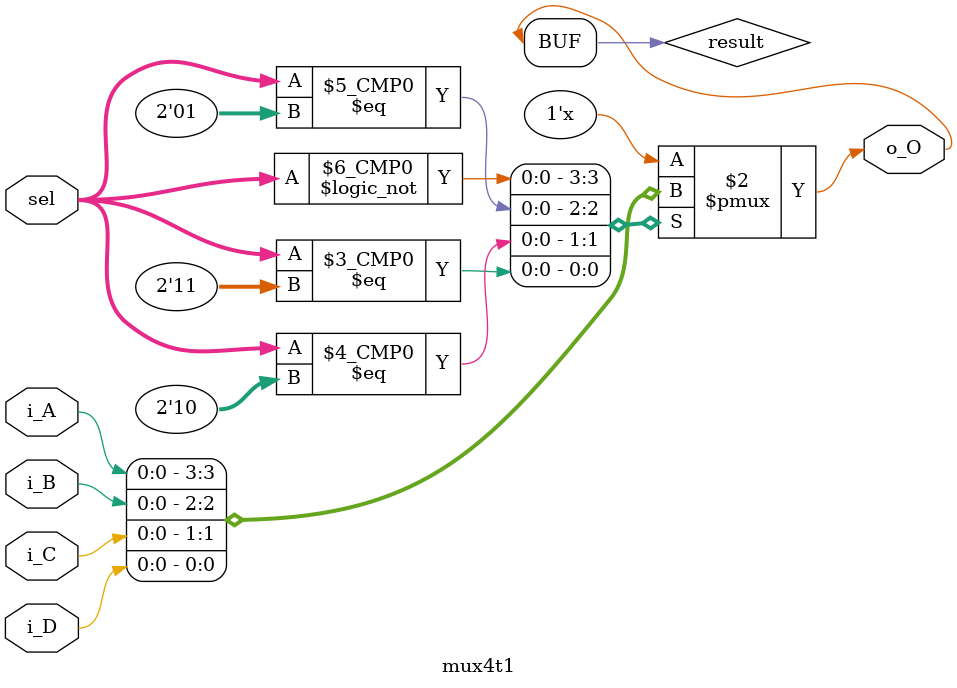
<source format=v>
module mux4t1(
        input i_A,
        input i_B,
        input i_C,
        input i_D,
        input [1:0] sel,
        output o_O
    );
    
    reg result;
    
    always @*
    begin
        case (sel)
            2'b00 : result = i_A;
            2'b01 : result = i_B;
            2'b10 : result = i_C;
            2'b11 : result = i_D;
        endcase
    end
    
    assign o_O = result;

endmodule

</source>
